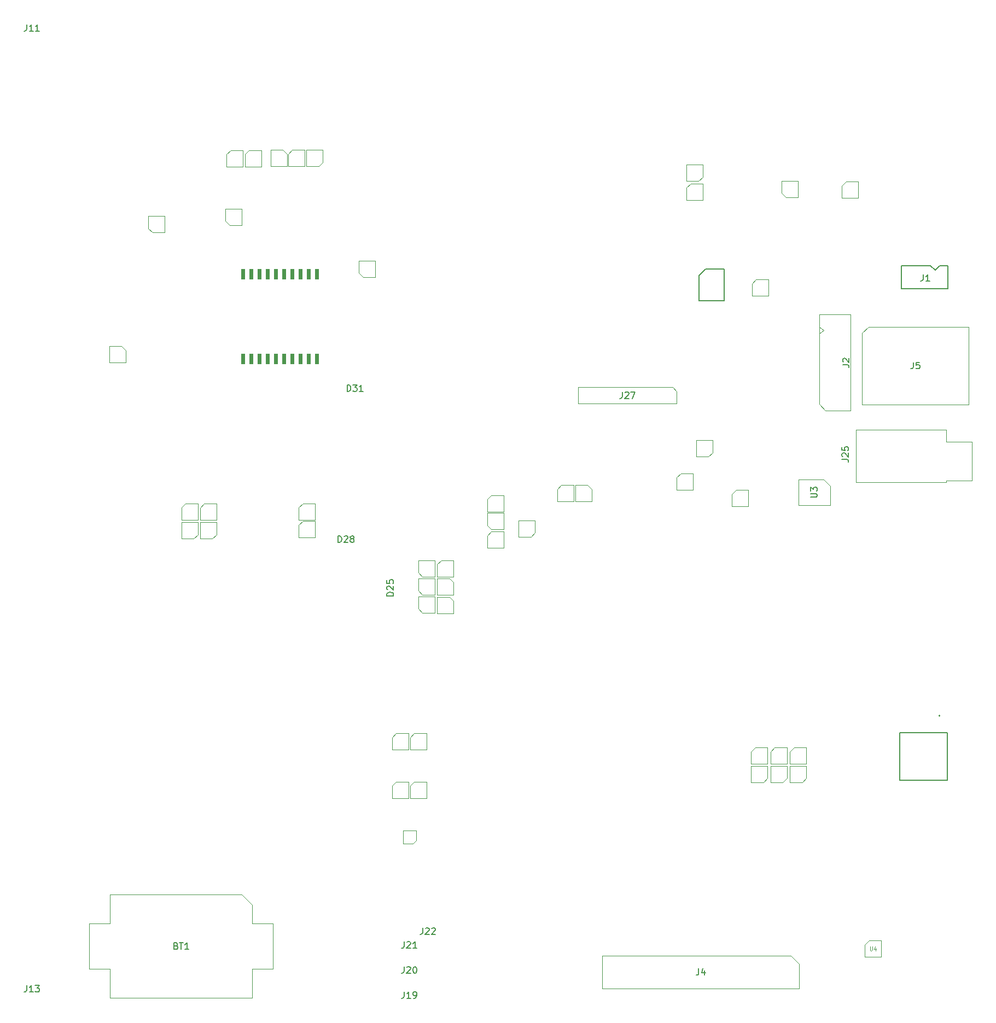
<source format=gbr>
G04 #@! TF.GenerationSoftware,KiCad,Pcbnew,(6.0.1)*
G04 #@! TF.CreationDate,2022-06-25T09:27:14+03:00*
G04 #@! TF.ProjectId,hellen64_NA6_94,68656c6c-656e-4363-945f-4e41365f3934,b*
G04 #@! TF.SameCoordinates,PX141ef50PYa2cc1bc*
G04 #@! TF.FileFunction,AssemblyDrawing,Top*
%FSLAX46Y46*%
G04 Gerber Fmt 4.6, Leading zero omitted, Abs format (unit mm)*
G04 Created by KiCad (PCBNEW (6.0.1)) date 2022-06-25 09:27:14*
%MOMM*%
%LPD*%
G01*
G04 APERTURE LIST*
%ADD10C,0.150000*%
%ADD11C,0.090000*%
%ADD12C,0.100000*%
%ADD13C,0.127000*%
%ADD14C,0.200000*%
%ADD15C,0.010000*%
G04 APERTURE END LIST*
D10*
G04 #@! TO.C,J27*
X96692156Y97552960D02*
X96692156Y96838674D01*
X96644537Y96695817D01*
X96549299Y96600579D01*
X96406441Y96552960D01*
X96311203Y96552960D01*
X97120727Y97457721D02*
X97168346Y97505340D01*
X97263584Y97552960D01*
X97501680Y97552960D01*
X97596918Y97505340D01*
X97644537Y97457721D01*
X97692156Y97362483D01*
X97692156Y97267245D01*
X97644537Y97124388D01*
X97073108Y96552960D01*
X97692156Y96552960D01*
X98025489Y97552960D02*
X98692156Y97552960D01*
X98263584Y96552960D01*
G04 #@! TO.C,J19*
X62910135Y4683661D02*
X62910135Y3969375D01*
X62862516Y3826518D01*
X62767278Y3731280D01*
X62624420Y3683661D01*
X62529182Y3683661D01*
X63910135Y3683661D02*
X63338706Y3683661D01*
X63624420Y3683661D02*
X63624420Y4683661D01*
X63529182Y4540803D01*
X63433944Y4445565D01*
X63338706Y4397946D01*
X64386325Y3683661D02*
X64576801Y3683661D01*
X64672039Y3731280D01*
X64719659Y3778899D01*
X64814897Y3921756D01*
X64862516Y4112232D01*
X64862516Y4493184D01*
X64814897Y4588422D01*
X64767278Y4636041D01*
X64672039Y4683661D01*
X64481563Y4683661D01*
X64386325Y4636041D01*
X64338706Y4588422D01*
X64291087Y4493184D01*
X64291087Y4255089D01*
X64338706Y4159851D01*
X64386325Y4112232D01*
X64481563Y4064613D01*
X64672039Y4064613D01*
X64767278Y4112232D01*
X64814897Y4159851D01*
X64862516Y4255089D01*
G04 #@! TO.C,D28*
X52682394Y74252960D02*
X52682394Y75252960D01*
X52920489Y75252960D01*
X53063346Y75205340D01*
X53158584Y75110102D01*
X53206203Y75014864D01*
X53253822Y74824388D01*
X53253822Y74681531D01*
X53206203Y74491055D01*
X53158584Y74395817D01*
X53063346Y74300579D01*
X52920489Y74252960D01*
X52682394Y74252960D01*
X53634775Y75157721D02*
X53682394Y75205340D01*
X53777632Y75252960D01*
X54015727Y75252960D01*
X54110965Y75205340D01*
X54158584Y75157721D01*
X54206203Y75062483D01*
X54206203Y74967245D01*
X54158584Y74824388D01*
X53587156Y74252960D01*
X54206203Y74252960D01*
X54777632Y74824388D02*
X54682394Y74872007D01*
X54634775Y74919626D01*
X54587156Y75014864D01*
X54587156Y75062483D01*
X54634775Y75157721D01*
X54682394Y75205340D01*
X54777632Y75252960D01*
X54968108Y75252960D01*
X55063346Y75205340D01*
X55110965Y75157721D01*
X55158584Y75062483D01*
X55158584Y75014864D01*
X55110965Y74919626D01*
X55063346Y74872007D01*
X54968108Y74824388D01*
X54777632Y74824388D01*
X54682394Y74776769D01*
X54634775Y74729150D01*
X54587156Y74633912D01*
X54587156Y74443436D01*
X54634775Y74348198D01*
X54682394Y74300579D01*
X54777632Y74252960D01*
X54968108Y74252960D01*
X55063346Y74300579D01*
X55110965Y74348198D01*
X55158584Y74443436D01*
X55158584Y74633912D01*
X55110965Y74729150D01*
X55063346Y74776769D01*
X54968108Y74824388D01*
G04 #@! TO.C,J20*
X62910135Y8556463D02*
X62910135Y7842177D01*
X62862516Y7699320D01*
X62767278Y7604082D01*
X62624420Y7556463D01*
X62529182Y7556463D01*
X63338706Y8461224D02*
X63386325Y8508843D01*
X63481563Y8556463D01*
X63719659Y8556463D01*
X63814897Y8508843D01*
X63862516Y8461224D01*
X63910135Y8365986D01*
X63910135Y8270748D01*
X63862516Y8127891D01*
X63291087Y7556463D01*
X63910135Y7556463D01*
X64529182Y8556463D02*
X64624420Y8556463D01*
X64719659Y8508843D01*
X64767278Y8461224D01*
X64814897Y8365986D01*
X64862516Y8175510D01*
X64862516Y7937415D01*
X64814897Y7746939D01*
X64767278Y7651701D01*
X64719659Y7604082D01*
X64624420Y7556463D01*
X64529182Y7556463D01*
X64433944Y7604082D01*
X64386325Y7651701D01*
X64338706Y7746939D01*
X64291087Y7937415D01*
X64291087Y8175510D01*
X64338706Y8365986D01*
X64386325Y8461224D01*
X64433944Y8508843D01*
X64529182Y8556463D01*
G04 #@! TO.C,J1*
X143268346Y115727960D02*
X143268346Y115013674D01*
X143220727Y114870817D01*
X143125489Y114775579D01*
X142982632Y114727960D01*
X142887394Y114727960D01*
X144268346Y114727960D02*
X143696918Y114727960D01*
X143982632Y114727960D02*
X143982632Y115727960D01*
X143887394Y115585102D01*
X143792156Y115489864D01*
X143696918Y115442245D01*
G04 #@! TO.C,J5*
X141743346Y102152960D02*
X141743346Y101438674D01*
X141695727Y101295817D01*
X141600489Y101200579D01*
X141457632Y101152960D01*
X141362394Y101152960D01*
X142695727Y102152960D02*
X142219537Y102152960D01*
X142171918Y101676769D01*
X142219537Y101724388D01*
X142314775Y101772007D01*
X142552870Y101772007D01*
X142648108Y101724388D01*
X142695727Y101676769D01*
X142743346Y101581531D01*
X142743346Y101343436D01*
X142695727Y101248198D01*
X142648108Y101200579D01*
X142552870Y101152960D01*
X142314775Y101152960D01*
X142219537Y101200579D01*
X142171918Y101248198D01*
G04 #@! TO.C,J13*
X4490476Y5647620D02*
X4490476Y4933334D01*
X4442857Y4790477D01*
X4347619Y4695239D01*
X4204761Y4647620D01*
X4109523Y4647620D01*
X5490476Y4647620D02*
X4919047Y4647620D01*
X5204761Y4647620D02*
X5204761Y5647620D01*
X5109523Y5504762D01*
X5014285Y5409524D01*
X4919047Y5361905D01*
X5823809Y5647620D02*
X6442857Y5647620D01*
X6109523Y5266667D01*
X6252380Y5266667D01*
X6347619Y5219048D01*
X6395238Y5171429D01*
X6442857Y5076191D01*
X6442857Y4838096D01*
X6395238Y4742858D01*
X6347619Y4695239D01*
X6252380Y4647620D01*
X5966666Y4647620D01*
X5871428Y4695239D01*
X5823809Y4742858D01*
G04 #@! TO.C,J22*
X65790476Y14547620D02*
X65790476Y13833334D01*
X65742857Y13690477D01*
X65647619Y13595239D01*
X65504761Y13547620D01*
X65409523Y13547620D01*
X66219047Y14452381D02*
X66266666Y14500000D01*
X66361904Y14547620D01*
X66600000Y14547620D01*
X66695238Y14500000D01*
X66742857Y14452381D01*
X66790476Y14357143D01*
X66790476Y14261905D01*
X66742857Y14119048D01*
X66171428Y13547620D01*
X66790476Y13547620D01*
X67171428Y14452381D02*
X67219047Y14500000D01*
X67314285Y14547620D01*
X67552380Y14547620D01*
X67647619Y14500000D01*
X67695238Y14452381D01*
X67742857Y14357143D01*
X67742857Y14261905D01*
X67695238Y14119048D01*
X67123809Y13547620D01*
X67742857Y13547620D01*
G04 #@! TO.C,BT1*
X27615965Y11776769D02*
X27758822Y11729150D01*
X27806441Y11681531D01*
X27854060Y11586293D01*
X27854060Y11443436D01*
X27806441Y11348198D01*
X27758822Y11300579D01*
X27663584Y11252960D01*
X27282632Y11252960D01*
X27282632Y12252960D01*
X27615965Y12252960D01*
X27711203Y12205340D01*
X27758822Y12157721D01*
X27806441Y12062483D01*
X27806441Y11967245D01*
X27758822Y11872007D01*
X27711203Y11824388D01*
X27615965Y11776769D01*
X27282632Y11776769D01*
X28139775Y12252960D02*
X28711203Y12252960D01*
X28425489Y11252960D02*
X28425489Y12252960D01*
X29568346Y11252960D02*
X28996918Y11252960D01*
X29282632Y11252960D02*
X29282632Y12252960D01*
X29187394Y12110102D01*
X29092156Y12014864D01*
X28996918Y11967245D01*
G04 #@! TO.C,J25*
X130702380Y87115477D02*
X131416666Y87115477D01*
X131559523Y87067858D01*
X131654761Y86972620D01*
X131702380Y86829762D01*
X131702380Y86734524D01*
X130797619Y87544048D02*
X130750000Y87591667D01*
X130702380Y87686905D01*
X130702380Y87925000D01*
X130750000Y88020239D01*
X130797619Y88067858D01*
X130892857Y88115477D01*
X130988095Y88115477D01*
X131130952Y88067858D01*
X131702380Y87496429D01*
X131702380Y88115477D01*
X130702380Y89020239D02*
X130702380Y88544048D01*
X131178571Y88496429D01*
X131130952Y88544048D01*
X131083333Y88639286D01*
X131083333Y88877381D01*
X131130952Y88972620D01*
X131178571Y89020239D01*
X131273809Y89067858D01*
X131511904Y89067858D01*
X131607142Y89020239D01*
X131654761Y88972620D01*
X131702380Y88877381D01*
X131702380Y88639286D01*
X131654761Y88544048D01*
X131607142Y88496429D01*
G04 #@! TO.C,U3*
X125865013Y81258674D02*
X126658346Y81258674D01*
X126751680Y81305340D01*
X126798346Y81352007D01*
X126845013Y81445340D01*
X126845013Y81632007D01*
X126798346Y81725340D01*
X126751680Y81772007D01*
X126658346Y81818674D01*
X125865013Y81818674D01*
X125865013Y82192007D02*
X125865013Y82798674D01*
X126238346Y82472007D01*
X126238346Y82612007D01*
X126285013Y82705340D01*
X126331680Y82752007D01*
X126425013Y82798674D01*
X126658346Y82798674D01*
X126751680Y82752007D01*
X126798346Y82705340D01*
X126845013Y82612007D01*
X126845013Y82332007D01*
X126798346Y82238674D01*
X126751680Y82192007D01*
D11*
G04 #@! TO.C,U4*
X135029299Y11669864D02*
X135029299Y11167960D01*
X135058822Y11108912D01*
X135088346Y11079388D01*
X135147394Y11049864D01*
X135265489Y11049864D01*
X135324537Y11079388D01*
X135354060Y11108912D01*
X135383584Y11167960D01*
X135383584Y11669864D01*
X135944537Y11463198D02*
X135944537Y11049864D01*
X135796918Y11699388D02*
X135649299Y11256531D01*
X136033108Y11256531D01*
D10*
G04 #@! TO.C,D31*
X54087394Y97652960D02*
X54087394Y98652960D01*
X54325489Y98652960D01*
X54468346Y98605340D01*
X54563584Y98510102D01*
X54611203Y98414864D01*
X54658822Y98224388D01*
X54658822Y98081531D01*
X54611203Y97891055D01*
X54563584Y97795817D01*
X54468346Y97700579D01*
X54325489Y97652960D01*
X54087394Y97652960D01*
X54992156Y98652960D02*
X55611203Y98652960D01*
X55277870Y98272007D01*
X55420727Y98272007D01*
X55515965Y98224388D01*
X55563584Y98176769D01*
X55611203Y98081531D01*
X55611203Y97843436D01*
X55563584Y97748198D01*
X55515965Y97700579D01*
X55420727Y97652960D01*
X55135013Y97652960D01*
X55039775Y97700579D01*
X54992156Y97748198D01*
X56563584Y97652960D02*
X55992156Y97652960D01*
X56277870Y97652960D02*
X56277870Y98652960D01*
X56182632Y98510102D01*
X56087394Y98414864D01*
X55992156Y98367245D01*
G04 #@! TO.C,J11*
X4490476Y154447620D02*
X4490476Y153733334D01*
X4442857Y153590477D01*
X4347619Y153495239D01*
X4204761Y153447620D01*
X4109523Y153447620D01*
X5490476Y153447620D02*
X4919047Y153447620D01*
X5204761Y153447620D02*
X5204761Y154447620D01*
X5109523Y154304762D01*
X5014285Y154209524D01*
X4919047Y154161905D01*
X6442857Y153447620D02*
X5871428Y153447620D01*
X6157142Y153447620D02*
X6157142Y154447620D01*
X6061904Y154304762D01*
X5966666Y154209524D01*
X5871428Y154161905D01*
G04 #@! TO.C,J4*
X108520706Y8266840D02*
X108520706Y7552554D01*
X108473087Y7409697D01*
X108377849Y7314459D01*
X108234992Y7266840D01*
X108139754Y7266840D01*
X109425468Y7933506D02*
X109425468Y7266840D01*
X109187373Y8314459D02*
X108949278Y7600173D01*
X109568325Y7600173D01*
G04 #@! TO.C,J21*
X62917156Y12427960D02*
X62917156Y11713674D01*
X62869537Y11570817D01*
X62774299Y11475579D01*
X62631441Y11427960D01*
X62536203Y11427960D01*
X63345727Y12332721D02*
X63393346Y12380340D01*
X63488584Y12427960D01*
X63726680Y12427960D01*
X63821918Y12380340D01*
X63869537Y12332721D01*
X63917156Y12237483D01*
X63917156Y12142245D01*
X63869537Y11999388D01*
X63298108Y11427960D01*
X63917156Y11427960D01*
X64869537Y11427960D02*
X64298108Y11427960D01*
X64583822Y11427960D02*
X64583822Y12427960D01*
X64488584Y12285102D01*
X64393346Y12189864D01*
X64298108Y12142245D01*
G04 #@! TO.C,D25*
X61254060Y65986055D02*
X60254060Y65986055D01*
X60254060Y66224150D01*
X60301680Y66367007D01*
X60396918Y66462245D01*
X60492156Y66509864D01*
X60682632Y66557483D01*
X60825489Y66557483D01*
X61015965Y66509864D01*
X61111203Y66462245D01*
X61206441Y66367007D01*
X61254060Y66224150D01*
X61254060Y65986055D01*
X60349299Y66938436D02*
X60301680Y66986055D01*
X60254060Y67081293D01*
X60254060Y67319388D01*
X60301680Y67414626D01*
X60349299Y67462245D01*
X60444537Y67509864D01*
X60539775Y67509864D01*
X60682632Y67462245D01*
X61254060Y66890817D01*
X61254060Y67509864D01*
X60254060Y68414626D02*
X60254060Y67938436D01*
X60730251Y67890817D01*
X60682632Y67938436D01*
X60635013Y68033674D01*
X60635013Y68271769D01*
X60682632Y68367007D01*
X60730251Y68414626D01*
X60825489Y68462245D01*
X61063584Y68462245D01*
X61158822Y68414626D01*
X61206441Y68367007D01*
X61254060Y68271769D01*
X61254060Y68033674D01*
X61206441Y67938436D01*
X61158822Y67890817D01*
G04 #@! TO.C,J2*
X130804060Y101772007D02*
X131518346Y101772007D01*
X131661203Y101724388D01*
X131756441Y101629150D01*
X131804060Y101486293D01*
X131804060Y101391055D01*
X130899299Y102200579D02*
X130851680Y102248198D01*
X130804060Y102343436D01*
X130804060Y102581531D01*
X130851680Y102676769D01*
X130899299Y102724388D01*
X130994537Y102772007D01*
X131089775Y102772007D01*
X131232632Y102724388D01*
X131804060Y102152960D01*
X131804060Y102772007D01*
D12*
G04 #@! TO.C,P5*
X61032380Y34640220D02*
X61032380Y36545220D01*
X61032380Y36545220D02*
X61667380Y37180220D01*
X63572380Y37180220D02*
X63572380Y34640220D01*
X61667380Y37180220D02*
X63572380Y37180220D01*
X63572380Y34640220D02*
X61032380Y34640220D01*
G04 #@! TO.C,P6*
X61667380Y44682400D02*
X63572380Y44682400D01*
X61032380Y42142400D02*
X61032380Y44047400D01*
X63572380Y44682400D02*
X63572380Y42142400D01*
X63572380Y42142400D02*
X61032380Y42142400D01*
X61032380Y44047400D02*
X61667380Y44682400D01*
G04 #@! TO.C,J27*
X105121680Y95735340D02*
X89881680Y95735340D01*
X89881680Y95735340D02*
X89881680Y98275340D01*
X105121680Y97640340D02*
X105121680Y95735340D01*
X104486680Y98275340D02*
X105121680Y97640340D01*
X89881680Y98275340D02*
X104486680Y98275340D01*
G04 #@! TO.C,P19*
X35421680Y132425340D02*
X35421680Y134330340D01*
X37961680Y134965340D02*
X37961680Y132425340D01*
X37961680Y132425340D02*
X35421680Y132425340D01*
X35421680Y134330340D02*
X36056680Y134965340D01*
X36056680Y134965340D02*
X37961680Y134965340D01*
G04 #@! TO.C,P27*
X55941680Y115960340D02*
X55941680Y117865340D01*
X58481680Y115325340D02*
X56576680Y115325340D01*
X55941680Y117865340D02*
X58481680Y117865340D01*
X56576680Y115325340D02*
X55941680Y115960340D01*
X58481680Y117865340D02*
X58481680Y115325340D01*
G04 #@! TO.C,P10*
X25871680Y122235340D02*
X23966680Y122235340D01*
X25871680Y124775340D02*
X25871680Y122235340D01*
X23331680Y124775340D02*
X25871680Y124775340D01*
X23966680Y122235340D02*
X23331680Y122870340D01*
X23331680Y122870340D02*
X23331680Y124775340D01*
G04 #@! TO.C,P12*
X30971680Y80275340D02*
X30971680Y77735340D01*
X30971680Y77735340D02*
X28431680Y77735340D01*
X29066680Y80275340D02*
X30971680Y80275340D01*
X28431680Y79640340D02*
X29066680Y80275340D01*
X28431680Y77735340D02*
X28431680Y79640340D01*
G04 #@! TO.C,P35*
X69936680Y65825340D02*
X70571680Y65190340D01*
X68031680Y65825340D02*
X69936680Y65825340D01*
X70571680Y65190340D02*
X70571680Y63285340D01*
X68031680Y63285340D02*
X68031680Y65825340D01*
X70571680Y63285340D02*
X68031680Y63285340D01*
G04 #@! TO.C,P15*
X49696680Y132485340D02*
X47791680Y132485340D01*
X47791680Y135025340D02*
X50331680Y135025340D01*
X50331680Y135025340D02*
X50331680Y133120340D01*
X47791680Y132485340D02*
X47791680Y135025340D01*
X50331680Y133120340D02*
X49696680Y132485340D01*
G04 #@! TO.C,P40*
X76416680Y76285340D02*
X75781680Y76920340D01*
X78321680Y78825340D02*
X78321680Y76285340D01*
X75781680Y76920340D02*
X75781680Y78825340D01*
X75781680Y78825340D02*
X78321680Y78825340D01*
X78321680Y76285340D02*
X76416680Y76285340D01*
G04 #@! TO.C,P44*
X89421680Y80595340D02*
X89421680Y83135340D01*
X91961680Y82500340D02*
X91961680Y80595340D01*
X91961680Y80595340D02*
X89421680Y80595340D01*
X89421680Y83135340D02*
X91326680Y83135340D01*
X91326680Y83135340D02*
X91961680Y82500340D01*
G04 #@! TO.C,P13*
X31331680Y77375340D02*
X33871680Y77375340D01*
X33871680Y75470340D02*
X33236680Y74835340D01*
X31331680Y74835340D02*
X31331680Y77375340D01*
X33871680Y77375340D02*
X33871680Y75470340D01*
X33236680Y74835340D02*
X31331680Y74835340D01*
G04 #@! TO.C,P29*
X119631680Y41840340D02*
X120266680Y42475340D01*
X122171680Y39935340D02*
X119631680Y39935340D01*
X120266680Y42475340D02*
X122171680Y42475340D01*
X119631680Y39935340D02*
X119631680Y41840340D01*
X122171680Y42475340D02*
X122171680Y39935340D01*
D10*
G04 #@! TO.C,J1*
X139901680Y113580340D02*
X139901680Y117080340D01*
X144401680Y117080340D02*
X139901680Y117080340D01*
X139901680Y113580340D02*
X147101680Y113580340D01*
X147101680Y117080340D02*
X147101680Y113580340D01*
X145801680Y117080340D02*
X145101680Y116380340D01*
X145101680Y116380340D02*
X144401680Y117080340D01*
X147101680Y117080340D02*
X145801680Y117080340D01*
D12*
G04 #@! TO.C,P37*
X113671680Y79825340D02*
X113671680Y81730340D01*
X116211680Y82365340D02*
X116211680Y79825340D01*
X114306680Y82365340D02*
X116211680Y82365340D01*
X116211680Y79825340D02*
X113671680Y79825340D01*
X113671680Y81730340D02*
X114306680Y82365340D01*
G04 #@! TO.C,P42*
X76416680Y81575340D02*
X78321680Y81575340D01*
X78321680Y79035340D02*
X75781680Y79035340D01*
X75781680Y79035340D02*
X75781680Y80940340D01*
X75781680Y80940340D02*
X76416680Y81575340D01*
X78321680Y81575340D02*
X78321680Y79035340D01*
G04 #@! TO.C,P41*
X119301680Y112435340D02*
X116761680Y112435340D01*
X116761680Y114340340D02*
X117396680Y114975340D01*
X117396680Y114975340D02*
X119301680Y114975340D01*
X116761680Y112435340D02*
X116761680Y114340340D01*
X119301680Y114975340D02*
X119301680Y112435340D01*
G04 #@! TO.C,P30*
X121536680Y37100220D02*
X119631680Y37100220D01*
X119631680Y39640220D02*
X122171680Y39640220D01*
X122171680Y37735220D02*
X121536680Y37100220D01*
X122171680Y39640220D02*
X122171680Y37735220D01*
X119631680Y37100220D02*
X119631680Y39640220D01*
G04 #@! TO.C,P26*
X67671680Y66135340D02*
X65766680Y66135340D01*
X67671680Y68675340D02*
X67671680Y66135340D01*
X65131680Y66770340D02*
X65131680Y68675340D01*
X65131680Y68675340D02*
X67671680Y68675340D01*
X65766680Y66135340D02*
X65131680Y66770340D01*
G04 #@! TO.C,J5*
X134826680Y107655340D02*
X150326680Y107655340D01*
X150326680Y95555340D02*
X133826680Y95555340D01*
X150326680Y107655340D02*
X150326680Y95555340D01*
X133826680Y95555340D02*
X133826680Y106655340D01*
X133826680Y106655340D02*
X134826680Y107655340D01*
G04 #@! TO.C,P4*
X66382640Y44680220D02*
X66382640Y42140220D01*
X64477640Y44680220D02*
X66382640Y44680220D01*
X66382640Y42140220D02*
X63842640Y42140220D01*
X63842640Y44045220D02*
X64477640Y44680220D01*
X63842640Y42140220D02*
X63842640Y44045220D01*
G04 #@! TO.C,P25*
X122631680Y39640220D02*
X125171680Y39640220D01*
X122631680Y37100220D02*
X122631680Y39640220D01*
X124536680Y37100220D02*
X122631680Y37100220D01*
X125171680Y37735220D02*
X124536680Y37100220D01*
X125171680Y39640220D02*
X125171680Y37735220D01*
G04 #@! TO.C,P17*
X44781680Y134390340D02*
X44781680Y132485340D01*
X42241680Y132485340D02*
X42241680Y135025340D01*
X42241680Y135025340D02*
X44146680Y135025340D01*
X44146680Y135025340D02*
X44781680Y134390340D01*
X44781680Y132485340D02*
X42241680Y132485340D01*
G04 #@! TO.C,P11*
X30971680Y77375340D02*
X30971680Y75470340D01*
X28431680Y74835340D02*
X28431680Y77375340D01*
X30336680Y74835340D02*
X28431680Y74835340D01*
X28431680Y77375340D02*
X30971680Y77375340D01*
X30971680Y75470340D02*
X30336680Y74835340D01*
G04 #@! TO.C,P16*
X47511680Y135015340D02*
X47511680Y132475340D01*
X44971680Y134380340D02*
X45606680Y135015340D01*
X47511680Y132475340D02*
X44971680Y132475340D01*
X44971680Y132475340D02*
X44971680Y134380340D01*
X45606680Y135015340D02*
X47511680Y135015340D01*
G04 #@! TO.C,P33*
X49171680Y77575340D02*
X49171680Y75035340D01*
X46631680Y76940340D02*
X47266680Y77575340D01*
X46631680Y75035340D02*
X46631680Y76940340D01*
X49171680Y75035340D02*
X46631680Y75035340D01*
X47266680Y77575340D02*
X49171680Y77575340D01*
G04 #@! TO.C,P28*
X83183040Y75771220D02*
X82548040Y75136220D01*
X82548040Y75136220D02*
X80643040Y75136220D01*
X80643040Y75136220D02*
X80643040Y77676220D01*
X83183040Y77676220D02*
X83183040Y75771220D01*
X80643040Y77676220D02*
X83183040Y77676220D01*
G04 #@! TO.C,P24*
X125171680Y39935340D02*
X122631680Y39935340D01*
X122631680Y39935340D02*
X122631680Y41840340D01*
X125171680Y42475340D02*
X125171680Y39935340D01*
X122631680Y41840340D02*
X123266680Y42475340D01*
X123266680Y42475340D02*
X125171680Y42475340D01*
G04 #@! TO.C,P8*
X131316680Y130125340D02*
X133221680Y130125340D01*
X130681680Y129490340D02*
X131316680Y130125340D01*
X130681680Y127585340D02*
X130681680Y129490340D01*
X133221680Y130125340D02*
X133221680Y127585340D01*
X133221680Y127585340D02*
X130681680Y127585340D01*
G04 #@! TO.C,P45*
X63831680Y34635340D02*
X63831680Y36540340D01*
X66371680Y34635340D02*
X63831680Y34635340D01*
X64466680Y37175340D02*
X66371680Y37175340D01*
X63831680Y36540340D02*
X64466680Y37175340D01*
X66371680Y37175340D02*
X66371680Y34635340D01*
G04 #@! TO.C,P36*
X19821680Y103990340D02*
X19821680Y102085340D01*
X19186680Y104625340D02*
X19821680Y103990340D01*
X17281680Y104625340D02*
X19186680Y104625340D01*
X17281680Y102085340D02*
X17281680Y104625340D01*
X19821680Y102085340D02*
X17281680Y102085340D01*
G04 #@! TO.C,P32*
X119171680Y39640220D02*
X119171680Y37735220D01*
X118536680Y37100220D02*
X116631680Y37100220D01*
X119171680Y37735220D02*
X118536680Y37100220D01*
X116631680Y39640220D02*
X119171680Y39640220D01*
X116631680Y37100220D02*
X116631680Y39640220D01*
G04 #@! TO.C,U1*
X62801680Y29605340D02*
X64801680Y29605340D01*
X64801680Y28105340D02*
X64301680Y27605340D01*
X64301680Y27605340D02*
X62801680Y27605340D01*
X62801680Y27605340D02*
X62801680Y29605340D01*
X64801680Y29605340D02*
X64801680Y28105340D01*
G04 #@! TO.C,BT1*
X42601680Y8205340D02*
X39401680Y8205340D01*
X17401680Y19705340D02*
X37801680Y19705340D01*
X17401680Y15205340D02*
X14201680Y15205340D01*
X17401680Y3705340D02*
X17401680Y8205340D01*
X17401680Y19705340D02*
X17401680Y15205340D01*
X39401680Y3705340D02*
X39401680Y8205340D01*
X39401680Y18105340D02*
X39401680Y15205340D01*
X14201680Y15205340D02*
X14201680Y8205340D01*
X39401680Y15205340D02*
X42601680Y15205340D01*
X42601680Y15205340D02*
X42601680Y8205340D01*
X17401680Y3705340D02*
X39401680Y3705340D01*
X14201680Y8205340D02*
X17401680Y8205340D01*
X37801680Y19705340D02*
X39401680Y18105340D01*
G04 #@! TO.C,P9*
X123921680Y127685340D02*
X122016680Y127685340D01*
X122016680Y127685340D02*
X121381680Y128320340D01*
X121381680Y128320340D02*
X121381680Y130225340D01*
X121381680Y130225340D02*
X123921680Y130225340D01*
X123921680Y130225340D02*
X123921680Y127685340D01*
G04 #@! TO.C,J25*
X146826680Y91731997D02*
X146826680Y89831997D01*
X132826680Y83531997D02*
X132826680Y91731997D01*
X146826680Y83831997D02*
X146826680Y83531997D01*
X150826680Y89831997D02*
X150826680Y83831997D01*
X150826680Y83831997D02*
X146826680Y83831997D01*
X146826680Y83531997D02*
X132826680Y83531997D01*
X132826680Y91731997D02*
X146826680Y91731997D01*
X146826680Y89831997D02*
X150826680Y89831997D01*
G04 #@! TO.C,P23*
X46631680Y79640340D02*
X47266680Y80275340D01*
X47266680Y80275340D02*
X49171680Y80275340D01*
X46631680Y77735340D02*
X46631680Y79640340D01*
X49171680Y77735340D02*
X46631680Y77735340D01*
X49171680Y80275340D02*
X49171680Y77735340D01*
G04 #@! TO.C,P21*
X35281680Y125925340D02*
X37821680Y125925340D01*
X37821680Y123385340D02*
X35916680Y123385340D01*
X35281680Y124020340D02*
X35281680Y125925340D01*
X35916680Y123385340D02*
X35281680Y124020340D01*
X37821680Y125925340D02*
X37821680Y123385340D01*
G04 #@! TO.C,U3*
X127876680Y83955340D02*
X128851680Y82980340D01*
X128851680Y82980340D02*
X128851680Y80055340D01*
X123951680Y83955340D02*
X127876680Y83955340D01*
X128851680Y80055340D02*
X123951680Y80055340D01*
X123951680Y80055340D02*
X123951680Y83955340D01*
G04 #@! TO.C,U4*
X134251680Y10080340D02*
X134251680Y11955340D01*
X136751680Y10080340D02*
X134251680Y10080340D01*
X136751680Y12580340D02*
X136751680Y10080340D01*
X134876680Y12580340D02*
X136751680Y12580340D01*
X134251680Y11955340D02*
X134876680Y12580340D01*
G04 #@! TO.C,P14*
X31331680Y79619220D02*
X31966680Y80254220D01*
X33871680Y80254220D02*
X33871680Y77714220D01*
X33871680Y77714220D02*
X31331680Y77714220D01*
X31331680Y77714220D02*
X31331680Y79619220D01*
X31966680Y80254220D02*
X33871680Y80254220D01*
G04 #@! TO.C,P39*
X78321680Y73385340D02*
X75781680Y73385340D01*
X75781680Y73385340D02*
X75781680Y75290340D01*
X78321680Y75925340D02*
X78321680Y73385340D01*
X75781680Y75290340D02*
X76416680Y75925340D01*
X76416680Y75925340D02*
X78321680Y75925340D01*
G04 #@! TO.C,P22*
X69936680Y68675340D02*
X70571680Y68040340D01*
X70571680Y68040340D02*
X70571680Y66135340D01*
X68031680Y68675340D02*
X69936680Y68675340D01*
X70571680Y66135340D02*
X68031680Y66135340D01*
X68031680Y66135340D02*
X68031680Y68675340D01*
G04 #@! TO.C,P20*
X65131680Y69570340D02*
X65131680Y71475340D01*
X65766680Y68935340D02*
X65131680Y69570340D01*
X65131680Y71475340D02*
X67671680Y71475340D01*
X67671680Y68935340D02*
X65766680Y68935340D01*
X67671680Y71475340D02*
X67671680Y68935340D01*
G04 #@! TO.C,P18*
X65766680Y63335340D02*
X65131680Y63970340D01*
X67671680Y65875340D02*
X67671680Y63335340D01*
X65131680Y65875340D02*
X67671680Y65875340D01*
X67671680Y63335340D02*
X65766680Y63335340D01*
X65131680Y63970340D02*
X65131680Y65875340D01*
G04 #@! TO.C,P3*
X109171680Y129825340D02*
X109171680Y127285340D01*
X109171680Y127285340D02*
X106631680Y127285340D01*
X106631680Y129190340D02*
X107266680Y129825340D01*
X107266680Y129825340D02*
X109171680Y129825340D01*
X106631680Y127285340D02*
X106631680Y129190340D01*
G04 #@! TO.C,J4*
X93614040Y5179220D02*
X93614040Y10259220D01*
X122824040Y10259220D02*
X124094040Y8989220D01*
X124094040Y8989220D02*
X124094040Y5179220D01*
X93614040Y10259220D02*
X122824040Y10259220D01*
X124094040Y5179220D02*
X93614040Y5179220D01*
G04 #@! TO.C,P34*
X70571680Y68935340D02*
X68031680Y68935340D01*
X68666680Y71475340D02*
X70571680Y71475340D01*
X70571680Y71475340D02*
X70571680Y68935340D01*
X68031680Y68935340D02*
X68031680Y70840340D01*
X68031680Y70840340D02*
X68666680Y71475340D01*
D10*
G04 #@! TO.C,U6*
X112491680Y116595340D02*
X112491680Y111695340D01*
X109591680Y116595340D02*
X112491680Y116595340D01*
X108591680Y115595340D02*
X109591680Y116595340D01*
X112491680Y111695340D02*
X108591680Y111695340D01*
X108591680Y111695340D02*
X108591680Y115595340D01*
D12*
G04 #@! TO.C,P7*
X109121680Y132725340D02*
X109121680Y130820340D01*
X106581680Y132725340D02*
X109121680Y132725340D01*
X108486680Y130185340D02*
X106581680Y130185340D01*
X106581680Y130185340D02*
X106581680Y132725340D01*
X109121680Y130820340D02*
X108486680Y130185340D01*
G04 #@! TO.C,P46*
X40801680Y134975340D02*
X40801680Y132435340D01*
X38261680Y134340340D02*
X38896680Y134975340D01*
X38896680Y134975340D02*
X40801680Y134975340D01*
X40801680Y132435340D02*
X38261680Y132435340D01*
X38261680Y132435340D02*
X38261680Y134340340D01*
G04 #@! TO.C,P38*
X105101680Y82415340D02*
X105101680Y84320340D01*
X107641680Y82415340D02*
X105101680Y82415340D01*
X107641680Y84955340D02*
X107641680Y82415340D01*
X105101680Y84320340D02*
X105736680Y84955340D01*
X105736680Y84955340D02*
X107641680Y84955340D01*
G04 #@! TO.C,P1*
X108131044Y90075340D02*
X110671044Y90075340D01*
X108131044Y87535340D02*
X108131044Y90075340D01*
X110671044Y88170340D02*
X110036044Y87535340D01*
X110671044Y90075340D02*
X110671044Y88170340D01*
X110036044Y87535340D02*
X108131044Y87535340D01*
G04 #@! TO.C,P31*
X116631680Y41840340D02*
X117266680Y42475340D01*
X116631680Y39935340D02*
X116631680Y41840340D01*
X119171680Y42475340D02*
X119171680Y39935340D01*
X119171680Y39935340D02*
X116631680Y39935340D01*
X117266680Y42475340D02*
X119171680Y42475340D01*
G04 #@! TO.C,P43*
X87241680Y83125340D02*
X89146680Y83125340D01*
X86606680Y80585340D02*
X86606680Y82490340D01*
X86606680Y82490340D02*
X87241680Y83125340D01*
X89146680Y83125340D02*
X89146680Y80585340D01*
X89146680Y80585340D02*
X86606680Y80585340D01*
D13*
G04 #@! TO.C,U7*
X146964180Y37422840D02*
X139599180Y37422840D01*
X146964180Y44787840D02*
X139599180Y44787840D01*
X146964180Y44787840D02*
X146964180Y37422840D01*
X139599180Y44787840D02*
X139599180Y37422840D01*
D14*
X145876680Y47405340D02*
G75*
G03*
X145876680Y47405340I-100000J0D01*
G01*
D15*
G04 #@! TO.C,U5*
X46607590Y116575340D02*
X47096780Y116575340D01*
X47096780Y116575340D02*
X47096780Y115057430D01*
X47096780Y115057430D02*
X46607590Y115057430D01*
X46607590Y115057430D02*
X46607590Y116575340D01*
G36*
X47096780Y115057430D02*
G01*
X46607590Y115057430D01*
X46607590Y116575340D01*
X47096780Y116575340D01*
X47096780Y115057430D01*
G37*
X47096780Y115057430D02*
X46607590Y115057430D01*
X46607590Y116575340D01*
X47096780Y116575340D01*
X47096780Y115057430D01*
X38981350Y103455240D02*
X39476780Y103455240D01*
X39476780Y103455240D02*
X39476780Y101927170D01*
X39476780Y101927170D02*
X38981350Y101927170D01*
X38981350Y101927170D02*
X38981350Y103455240D01*
G36*
X39476780Y101927170D02*
G01*
X38981350Y101927170D01*
X38981350Y103455240D01*
X39476780Y103455240D01*
X39476780Y101927170D01*
G37*
X39476780Y101927170D02*
X38981350Y101927170D01*
X38981350Y103455240D01*
X39476780Y103455240D01*
X39476780Y101927170D01*
X45338350Y103455240D02*
X45826780Y103455240D01*
X45826780Y103455240D02*
X45826780Y101927540D01*
X45826780Y101927540D02*
X45338350Y101927540D01*
X45338350Y101927540D02*
X45338350Y103455240D01*
G36*
X45826780Y101927540D02*
G01*
X45338350Y101927540D01*
X45338350Y103455240D01*
X45826780Y103455240D01*
X45826780Y101927540D01*
G37*
X45826780Y101927540D02*
X45338350Y101927540D01*
X45338350Y103455240D01*
X45826780Y103455240D01*
X45826780Y101927540D01*
X37715060Y103455240D02*
X38206780Y103455240D01*
X38206780Y103455240D02*
X38206780Y101933470D01*
X38206780Y101933470D02*
X37715060Y101933470D01*
X37715060Y101933470D02*
X37715060Y103455240D01*
G36*
X38206780Y101933470D02*
G01*
X37715060Y101933470D01*
X37715060Y103455240D01*
X38206780Y103455240D01*
X38206780Y101933470D01*
G37*
X38206780Y101933470D02*
X37715060Y101933470D01*
X37715060Y103455240D01*
X38206780Y103455240D01*
X38206780Y101933470D01*
X47882400Y103455240D02*
X48366780Y103455240D01*
X48366780Y103455240D02*
X48366780Y101925190D01*
X48366780Y101925190D02*
X47882400Y101925190D01*
X47882400Y101925190D02*
X47882400Y103455240D01*
G36*
X48366780Y101925190D02*
G01*
X47882400Y101925190D01*
X47882400Y103455240D01*
X48366780Y103455240D01*
X48366780Y101925190D01*
G37*
X48366780Y101925190D02*
X47882400Y101925190D01*
X47882400Y103455240D01*
X48366780Y103455240D01*
X48366780Y101925190D01*
X46607680Y103455240D02*
X47096780Y103455240D01*
X47096780Y103455240D02*
X47096780Y101932600D01*
X47096780Y101932600D02*
X46607680Y101932600D01*
X46607680Y101932600D02*
X46607680Y103455240D01*
G36*
X47096780Y101932600D02*
G01*
X46607680Y101932600D01*
X46607680Y103455240D01*
X47096780Y103455240D01*
X47096780Y101932600D01*
G37*
X47096780Y101932600D02*
X46607680Y101932600D01*
X46607680Y103455240D01*
X47096780Y103455240D01*
X47096780Y101932600D01*
X37708020Y116575340D02*
X38206780Y116575340D01*
X38206780Y116575340D02*
X38206780Y115063770D01*
X38206780Y115063770D02*
X37708020Y115063770D01*
X37708020Y115063770D02*
X37708020Y116575340D01*
G36*
X38206780Y115063770D02*
G01*
X37708020Y115063770D01*
X37708020Y116575340D01*
X38206780Y116575340D01*
X38206780Y115063770D01*
G37*
X38206780Y115063770D02*
X37708020Y115063770D01*
X37708020Y116575340D01*
X38206780Y116575340D01*
X38206780Y115063770D01*
X42795093Y103455240D02*
X43286780Y103455240D01*
X43286780Y103455240D02*
X43286780Y101922970D01*
X43286780Y101922970D02*
X42795093Y101922970D01*
X42795093Y101922970D02*
X42795093Y103455240D01*
G36*
X43286780Y101922970D02*
G01*
X42795093Y101922970D01*
X42795093Y103455240D01*
X43286780Y103455240D01*
X43286780Y101922970D01*
G37*
X43286780Y101922970D02*
X42795093Y101922970D01*
X42795093Y103455240D01*
X43286780Y103455240D01*
X43286780Y101922970D01*
X45339530Y116575340D02*
X45826780Y116575340D01*
X45826780Y116575340D02*
X45826780Y115065730D01*
X45826780Y115065730D02*
X45339530Y115065730D01*
X45339530Y115065730D02*
X45339530Y116575340D01*
G36*
X45826780Y115065730D02*
G01*
X45339530Y115065730D01*
X45339530Y116575340D01*
X45826780Y116575340D01*
X45826780Y115065730D01*
G37*
X45826780Y115065730D02*
X45339530Y115065730D01*
X45339530Y116575340D01*
X45826780Y116575340D01*
X45826780Y115065730D01*
X41523230Y116575340D02*
X42016780Y116575340D01*
X42016780Y116575340D02*
X42016780Y115064480D01*
X42016780Y115064480D02*
X41523230Y115064480D01*
X41523230Y115064480D02*
X41523230Y116575340D01*
G36*
X42016780Y115064480D02*
G01*
X41523230Y115064480D01*
X41523230Y116575340D01*
X42016780Y116575340D01*
X42016780Y115064480D01*
G37*
X42016780Y115064480D02*
X41523230Y115064480D01*
X41523230Y116575340D01*
X42016780Y116575340D01*
X42016780Y115064480D01*
X38985810Y116575340D02*
X39476780Y116575340D01*
X39476780Y116575340D02*
X39476780Y115056390D01*
X39476780Y115056390D02*
X38985810Y115056390D01*
X38985810Y115056390D02*
X38985810Y116575340D01*
G36*
X39476780Y115056390D02*
G01*
X38985810Y115056390D01*
X38985810Y116575340D01*
X39476780Y116575340D01*
X39476780Y115056390D01*
G37*
X39476780Y115056390D02*
X38985810Y115056390D01*
X38985810Y116575340D01*
X39476780Y116575340D01*
X39476780Y115056390D01*
X44067221Y116575340D02*
X44556780Y116575340D01*
X44556780Y116575340D02*
X44556780Y115064980D01*
X44556780Y115064980D02*
X44067221Y115064980D01*
X44067221Y115064980D02*
X44067221Y116575340D01*
G36*
X44556780Y115064980D02*
G01*
X44067221Y115064980D01*
X44067221Y116575340D01*
X44556780Y116575340D01*
X44556780Y115064980D01*
G37*
X44556780Y115064980D02*
X44067221Y115064980D01*
X44067221Y116575340D01*
X44556780Y116575340D01*
X44556780Y115064980D01*
X41526110Y103455240D02*
X42016780Y103455240D01*
X42016780Y103455240D02*
X42016780Y101933740D01*
X42016780Y101933740D02*
X41526110Y101933740D01*
X41526110Y101933740D02*
X41526110Y103455240D01*
G36*
X42016780Y101933740D02*
G01*
X41526110Y101933740D01*
X41526110Y103455240D01*
X42016780Y103455240D01*
X42016780Y101933740D01*
G37*
X42016780Y101933740D02*
X41526110Y101933740D01*
X41526110Y103455240D01*
X42016780Y103455240D01*
X42016780Y101933740D01*
X49154560Y103455240D02*
X49636780Y103455240D01*
X49636780Y103455240D02*
X49636780Y101924670D01*
X49636780Y101924670D02*
X49154560Y101924670D01*
X49154560Y101924670D02*
X49154560Y103455240D01*
G36*
X49636780Y101924670D02*
G01*
X49154560Y101924670D01*
X49154560Y103455240D01*
X49636780Y103455240D01*
X49636780Y101924670D01*
G37*
X49636780Y101924670D02*
X49154560Y101924670D01*
X49154560Y103455240D01*
X49636780Y103455240D01*
X49636780Y101924670D01*
X42795990Y116575340D02*
X43286780Y116575340D01*
X43286780Y116575340D02*
X43286780Y115059330D01*
X43286780Y115059330D02*
X42795990Y115059330D01*
X42795990Y115059330D02*
X42795990Y116575340D01*
G36*
X43286780Y115059330D02*
G01*
X42795990Y115059330D01*
X42795990Y116575340D01*
X43286780Y116575340D01*
X43286780Y115059330D01*
G37*
X43286780Y115059330D02*
X42795990Y115059330D01*
X42795990Y116575340D01*
X43286780Y116575340D01*
X43286780Y115059330D01*
X49149860Y116575340D02*
X49636780Y116575340D01*
X49636780Y116575340D02*
X49636780Y115058920D01*
X49636780Y115058920D02*
X49149860Y115058920D01*
X49149860Y115058920D02*
X49149860Y116575340D01*
G36*
X49636780Y115058920D02*
G01*
X49149860Y115058920D01*
X49149860Y116575340D01*
X49636780Y116575340D01*
X49636780Y115058920D01*
G37*
X49636780Y115058920D02*
X49149860Y115058920D01*
X49149860Y116575340D01*
X49636780Y116575340D01*
X49636780Y115058920D01*
X44066634Y103455240D02*
X44556780Y103455240D01*
X44556780Y103455240D02*
X44556780Y101934330D01*
X44556780Y101934330D02*
X44066634Y101934330D01*
X44066634Y101934330D02*
X44066634Y103455240D01*
G36*
X44556780Y101934330D02*
G01*
X44066634Y101934330D01*
X44066634Y103455240D01*
X44556780Y103455240D01*
X44556780Y101934330D01*
G37*
X44556780Y101934330D02*
X44066634Y101934330D01*
X44066634Y103455240D01*
X44556780Y103455240D01*
X44556780Y101934330D01*
X40253650Y103455240D02*
X40746780Y103455240D01*
X40746780Y103455240D02*
X40746780Y101929080D01*
X40746780Y101929080D02*
X40253650Y101929080D01*
X40253650Y101929080D02*
X40253650Y103455240D01*
G36*
X40746780Y101929080D02*
G01*
X40253650Y101929080D01*
X40253650Y103455240D01*
X40746780Y103455240D01*
X40746780Y101929080D01*
G37*
X40746780Y101929080D02*
X40253650Y101929080D01*
X40253650Y103455240D01*
X40746780Y103455240D01*
X40746780Y101929080D01*
X47876580Y116575340D02*
X48366780Y116575340D01*
X48366780Y116575340D02*
X48366780Y115055440D01*
X48366780Y115055440D02*
X47876580Y115055440D01*
X47876580Y115055440D02*
X47876580Y116575340D01*
G36*
X48366780Y115055440D02*
G01*
X47876580Y115055440D01*
X47876580Y116575340D01*
X48366780Y116575340D01*
X48366780Y115055440D01*
G37*
X48366780Y115055440D02*
X47876580Y115055440D01*
X47876580Y116575340D01*
X48366780Y116575340D01*
X48366780Y115055440D01*
X40251510Y116575340D02*
X40746780Y116575340D01*
X40746780Y116575340D02*
X40746780Y115064040D01*
X40746780Y115064040D02*
X40251510Y115064040D01*
X40251510Y115064040D02*
X40251510Y116575340D01*
G36*
X40746780Y115064040D02*
G01*
X40251510Y115064040D01*
X40251510Y116575340D01*
X40746780Y116575340D01*
X40746780Y115064040D01*
G37*
X40746780Y115064040D02*
X40251510Y115064040D01*
X40251510Y116575340D01*
X40746780Y116575340D01*
X40746780Y115064040D01*
D12*
G04 #@! TO.C,J2*
X127858787Y107105340D02*
X127151680Y106605340D01*
X127151680Y109555340D02*
X127151680Y95655340D01*
X127151680Y107605340D02*
X127858787Y107105340D01*
X132051680Y94655340D02*
X132051680Y109555340D01*
X132051680Y109555340D02*
X127151680Y109555340D01*
X128151680Y94655340D02*
X132051680Y94655340D01*
X127151680Y95655340D02*
X128151680Y94655340D01*
G04 #@! TD*
M02*

</source>
